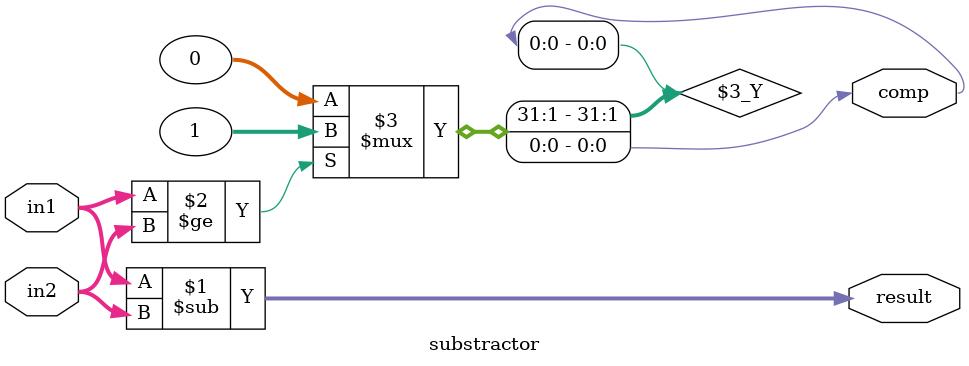
<source format=v>
`timescale 1ns / 1ps


module substractor #(parameter WIDTH =32)(
input[WIDTH-1:0] in1,
input[WIDTH-1:0] in2,
output[WIDTH-1:0] result,
output comp);
reg[WIDTH-1:0] diff;
assign result=in1-in2;
assign comp=(in1>=in2)?1:0;
endmodule

</source>
